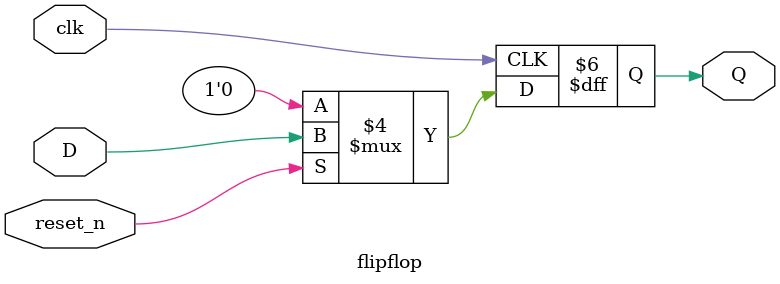
<source format=v>


module Shifter(LEDR, KEY, SW);
	output [7:0] LEDR;
	input [9:0] SW;
	input [3:0] KEY;

	wire out7, out6, out5, out4, out3, out2, out1, out0;
	wire in7;
	
	assign in7 = KEY[3] & out7;
	
	ShifterBit S7(
		.out(out7),
		.in(in7),
		.load_val(SW[7]),
		.shift(KEY[2]),
		.load_n(KEY[1]),
		.clk(KEY[0]),
		.reset_n(SW[9])
		);
	
	ShifterBit S6(
		.out(out6),
		.in(out7),
		.load_val(SW[6]),
		.shift(KEY[2]),
		.load_n(KEY[1]),
		.clk(KEY[0]),
		.reset_n(SW[9])
	);
	
	ShifterBit S5(
		.out(out5),
		.in(out6),
		.load_val(SW[5]),
		.shift(KEY[2]),
		.load_n(KEY[1]),
		.clk(KEY[0]),
		.reset_n(SW[9])
	);
	
	ShifterBit S4(
		.out(out4),
		.in(out5),
		.load_val(SW[4]),
		.shift(KEY[2]),
		.load_n(KEY[1]),
		.clk(KEY[0]),
		.reset_n(SW[9])
	);
	
	ShifterBit S3(
		.out(out3),
		.in(out4),
		.load_val(SW[3]),
		.shift(KEY[2]),
		.load_n(KEY[1]),
		.clk(KEY[0]),
		.reset_n(SW[9])
	);
	
	ShifterBit S2(
		.out(out2),
		.in(out3),
		.load_val(SW[2]),
		.shift(KEY[2]),
		.load_n(KEY[1]),
		.clk(KEY[0]),
		.reset_n(SW[9])
	);
	
	ShifterBit S1(
		.out(out1),
		.in(out2),
		.load_val(SW[1]),
		.shift(KEY[2]),
		.load_n(KEY[1]),
		.clk(KEY[0]),
		.reset_n(SW[9])
	);
	
	ShifterBit S0(
		.out(out0),
		.in(out1),
		.load_val(SW[0]),
		.shift(KEY[2]),
		.load_n(KEY[1]),
		.clk(KEY[0]),
		.reset_n(SW[9])
	);
	
	assign LEDR[7:0] = {out7, out6, out5, out4, out3, out2, out1, out0};
		
endmodule


module ShifterBit(out, in, load_val, shift, load_n, clk, reset_n);
	output out;
	input in, load_val, shift, load_n, clk, reset_n;
	
	wire shiftmuxout;
	wire load_nmuxout;
	
	assign shiftmuxout = shift & in | ~shift & out;
	assign load_nmuxout = load_n & shiftmuxout | ~load_n & load_val;
	
	flipflop F0(
		.Q(out),
		.D(load_nmuxout),
		.clk(clk),
		.reset_n(reset_n)
	);
endmodule


module flipflop(Q, D, clk, reset_n);
	output reg Q;
	input D, clk, reset_n;
	
	always @(posedge clk)
	begin
		if (reset_n == 1'b0)
			Q <= 0;
		else
			Q <= D;
	end
endmodule

</source>
